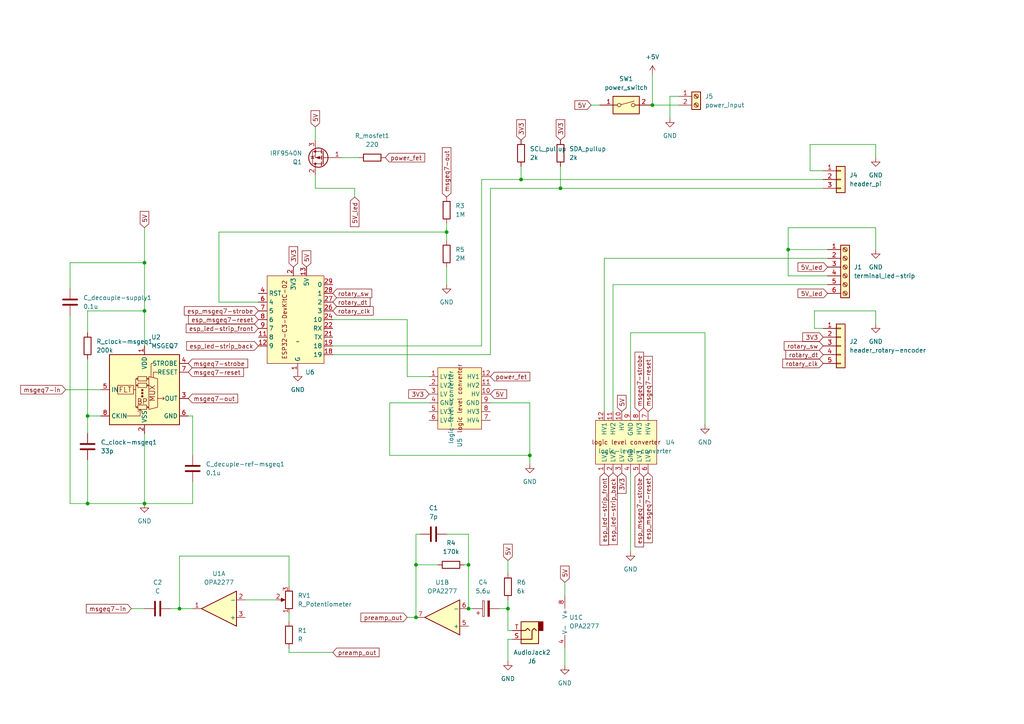
<source format=kicad_sch>
(kicad_sch (version 20230121) (generator eeschema)
  (paper "A4")
  (lib_symbols
    (symbol "Amplifier_Operational:OPA2277" (pin_names (offset 0.127))
      (property "Reference" "U" (at 0 5.08 0))
      (property "Value" "OPA2277" (at 0 -5.08 0))
      (symbol "OPA2277_1_1"
        (polyline (pts (xy -5.08 5.08) (xy 5.08 0) (xy -5.08 -5.08) (xy -5.08 5.08)) (stroke (width 0.254)) (fill (type background)))
        (pin output line (at 7.62 0 180) (length 2.54) (name "~") (number "1"))
        (pin input line (at -7.62 -2.54 0) (length 2.54) (name "-") (number "2"))
        (pin input line (at -7.62 2.54 0) (length 2.54) (name "+") (number "3"))
      )
      (symbol "OPA2277_2_1"
        (polyline (pts (xy -5.08 5.08) (xy 5.08 0) (xy -5.08 -5.08) (xy -5.08 5.08)) (stroke (width 0.254)) (fill (type background)))
        (pin input line (at -7.62 2.54 0) (length 2.54) (name "+") (number "5"))
        (pin input line (at -7.62 -2.54 0) (length 2.54) (name "-") (number "6"))
        (pin output line (at 7.62 0 180) (length 2.54) (name "~") (number "7"))
      )
      (symbol "OPA2277_3_1"
        (pin power_in line (at -2.54 -7.62 90) (length 3.81) (name "V-") (number "4"))
        (pin power_in line (at -2.54 7.62 270) (length 3.81) (name "V+") (number "8"))
      )
    )
    (symbol "Audio:MSGEQ7"
      (property "Reference" "U" (at -2.54 13.97 0))
      (property "Value" "MSGEQ7" (at -2.54 11.43 0))
      (symbol "MSGEQ7_0_0"
        (polyline (pts (xy -5.08 -7.62) (xy -1.27 -7.62) (xy -1.27 -5.715)))
        (polyline (pts (xy -1.905 -6.35) (xy -1.27 -5.715) (xy -0.635 -6.35)))
        (polyline (pts (xy 2.54 7.62) (xy 1.905 7.62) (xy 1.905 3.683)))
        (polyline (pts (xy 3.81 5.08) (xy 2.54 5.08) (xy 2.54 3.556)))
        (text "BP" (at -0.635 -3.429 0) (effects (font (size 1.524 1.524))))
        (text "FLT" (at -5.588 0 0) (effects (font (size 1.524 1.524))))
        (text "MUX" (at 2.286 -1.016 900) (effects (font (size 1.524 1.524))))
      )
      (symbol "MSGEQ7_0_1"
        (rectangle (start -3.175 -1.27) (end -7.747 1.27))
        (rectangle (start -1.905 -4.445) (end 0.635 -5.715))
        (rectangle (start -1.905 1.905) (end 0.635 0.635))
        (circle (center -0.635 -1.905) (radius 0.254) (fill (type outline)))
        (circle (center -0.635 -1.016) (radius 0.254) (fill (type outline)))
        (circle (center -0.635 -0.127) (radius 0.254) (fill (type outline)))
        (polyline (pts (xy -3.175 0) (xy -2.54 0)))
        (polyline (pts (xy -2.54 1.27) (xy -1.905 1.27)))
        (polyline (pts (xy 0.635 -5.08) (xy 1.27 -5.08)))
        (polyline (pts (xy 0.635 1.27) (xy 1.27 1.27)))
        (polyline (pts (xy 0.635 3.175) (xy 1.27 3.175)))
        (polyline (pts (xy 3.81 -2.54) (xy 5.715 -2.54)))
        (polyline (pts (xy 5.715 -2.54) (xy 5.334 -2.921)))
        (polyline (pts (xy 5.715 -2.54) (xy 5.334 -2.159)))
        (polyline (pts (xy -2.286 -4.826) (xy -2.032 -5.08) (xy -2.286 -5.334)))
        (polyline (pts (xy -2.286 1.524) (xy -2.032 1.27) (xy -2.286 1.016)))
        (polyline (pts (xy -2.286 3.429) (xy -2.032 3.175) (xy -2.286 2.921)))
        (polyline (pts (xy 0.889 -4.826) (xy 1.143 -5.08) (xy 0.889 -5.334)))
        (polyline (pts (xy 0.889 1.524) (xy 1.143 1.27) (xy 0.889 1.016)))
        (polyline (pts (xy 0.889 3.429) (xy 1.143 3.175) (xy 0.889 2.921)))
        (polyline (pts (xy -1.905 3.175) (xy -2.54 3.175) (xy -2.54 -5.08) (xy -1.905 -5.08)))
        (polyline (pts (xy 1.27 3.81) (xy 1.27 -5.715) (xy 3.81 -5.08) (xy 3.81 3.175) (xy 1.27 3.81)))
        (rectangle (start 0.635 2.54) (end -1.905 3.81))
        (rectangle (start 10.16 10.16) (end -10.16 -10.16) (stroke (width 0.254)) (fill (type background)))
      )
      (symbol "MSGEQ7_1_1"
        (pin power_in line (at 0 12.7 270) (length 2.54) (name "VDD") (number "1"))
        (pin power_in line (at 0 -12.7 90) (length 2.54) (name "VSS") (number "2"))
        (pin output line (at 12.7 -2.54 180) (length 2.54) (name "OUT") (number "3"))
        (pin input line (at 12.7 7.62 180) (length 2.54) (name "STROBE") (number "4"))
        (pin input line (at -12.7 0 0) (length 2.54) (name "IN") (number "5"))
        (pin power_out line (at 12.7 -7.62 180) (length 2.54) (name "GND") (number "6"))
        (pin input line (at 12.7 5.08 180) (length 2.54) (name "RESET") (number "7"))
        (pin input line (at -12.7 -7.62 0) (length 2.54) (name "CKIN") (number "8"))
      )
    )
    (symbol "Connector:Screw_Terminal_01x02" (pin_names (offset 1.016) hide)
      (property "Reference" "J" (at 0 2.54 0))
      (property "Value" "Screw_Terminal_01x02" (at 0 -5.08 0))
      (symbol "Screw_Terminal_01x02_1_1"
        (rectangle (start -1.27 1.27) (end 1.27 -3.81) (stroke (width 0.254)) (fill (type background)))
        (circle (center 0 -2.54) (radius 0.635) (stroke (width 0.1524)))
        (polyline (pts (xy -0.5334 -2.2098) (xy 0.3302 -3.048)) (stroke (width 0.1524)))
        (polyline (pts (xy -0.5334 0.3302) (xy 0.3302 -0.508)) (stroke (width 0.1524)))
        (polyline (pts (xy -0.3556 -2.032) (xy 0.508 -2.8702)) (stroke (width 0.1524)))
        (polyline (pts (xy -0.3556 0.508) (xy 0.508 -0.3302)) (stroke (width 0.1524)))
        (circle (center 0 0) (radius 0.635) (stroke (width 0.1524)))
        (pin passive line (at -5.08 0 0) (length 3.81) (name "Pin_1") (number "1"))
        (pin passive line (at -5.08 -2.54 0) (length 3.81) (name "Pin_2") (number "2"))
      )
    )
    (symbol "Connector:Screw_Terminal_01x06" (pin_names (offset 1.016) hide)
      (property "Reference" "J" (at 0 7.62 0))
      (property "Value" "Screw_Terminal_01x06" (at 0 -10.16 0))
      (symbol "Screw_Terminal_01x06_1_1"
        (rectangle (start -1.27 6.35) (end 1.27 -8.89) (stroke (width 0.254)) (fill (type background)))
        (circle (center 0 -7.62) (radius 0.635) (stroke (width 0.1524)))
        (circle (center 0 -5.08) (radius 0.635) (stroke (width 0.1524)))
        (circle (center 0 -2.54) (radius 0.635) (stroke (width 0.1524)))
        (polyline (pts (xy -0.5334 -7.2898) (xy 0.3302 -8.128)) (stroke (width 0.1524)))
        (polyline (pts (xy -0.5334 -4.7498) (xy 0.3302 -5.588)) (stroke (width 0.1524)))
        (polyline (pts (xy -0.5334 -2.2098) (xy 0.3302 -3.048)) (stroke (width 0.1524)))
        (polyline (pts (xy -0.5334 0.3302) (xy 0.3302 -0.508)) (stroke (width 0.1524)))
        (polyline (pts (xy -0.5334 2.8702) (xy 0.3302 2.032)) (stroke (width 0.1524)))
        (polyline (pts (xy -0.5334 5.4102) (xy 0.3302 4.572)) (stroke (width 0.1524)))
        (polyline (pts (xy -0.3556 -7.112) (xy 0.508 -7.9502)) (stroke (width 0.1524)))
        (polyline (pts (xy -0.3556 -4.572) (xy 0.508 -5.4102)) (stroke (width 0.1524)))
        (polyline (pts (xy -0.3556 -2.032) (xy 0.508 -2.8702)) (stroke (width 0.1524)))
        (polyline (pts (xy -0.3556 0.508) (xy 0.508 -0.3302)) (stroke (width 0.1524)))
        (polyline (pts (xy -0.3556 3.048) (xy 0.508 2.2098)) (stroke (width 0.1524)))
        (polyline (pts (xy -0.3556 5.588) (xy 0.508 4.7498)) (stroke (width 0.1524)))
        (circle (center 0 0) (radius 0.635) (stroke (width 0.1524)))
        (circle (center 0 2.54) (radius 0.635) (stroke (width 0.1524)))
        (circle (center 0 5.08) (radius 0.635) (stroke (width 0.1524)))
        (pin passive line (at -5.08 5.08 0) (length 3.81) (name "Pin_1") (number "1"))
        (pin passive line (at -5.08 2.54 0) (length 3.81) (name "Pin_2") (number "2"))
        (pin passive line (at -5.08 0 0) (length 3.81) (name "Pin_3") (number "3"))
        (pin passive line (at -5.08 -2.54 0) (length 3.81) (name "Pin_4") (number "4"))
        (pin passive line (at -5.08 -5.08 0) (length 3.81) (name "Pin_5") (number "5"))
        (pin passive line (at -5.08 -7.62 0) (length 3.81) (name "Pin_6") (number "6"))
      )
    )
    (symbol "Connector_Audio:AudioJack2"
      (property "Reference" "J" (at 0 8.89 0))
      (property "Value" "AudioJack2" (at 0 6.35 0))
      (symbol "AudioJack2_0_1"
        (rectangle (start -3.81 0) (end -2.54 -2.54) (stroke (width 0.254)) (fill (type outline)))
        (rectangle (start -2.54 3.81) (end 2.54 -2.54) (stroke (width 0.254)) (fill (type background)))
        (polyline (pts (xy 0 0) (xy 0.635 -0.635) (xy 1.27 0) (xy 2.54 0)) (stroke (width 0.254)))
        (polyline (pts (xy 2.54 2.54) (xy -0.635 2.54) (xy -0.635 0) (xy -1.27 -0.635) (xy -1.905 0)) (stroke (width 0.254)))
      )
      (symbol "AudioJack2_1_1"
        (pin passive line (at 5.08 2.54 180) (length 2.54) (name "~") (number "S"))
        (pin passive line (at 5.08 0 180) (length 2.54) (name "~") (number "T"))
      )
    )
    (symbol "Connector_Generic:Conn_01x03" (pin_names (offset 1.016) hide)
      (property "Reference" "J" (at 0 5.08 0))
      (property "Value" "Conn_01x03" (at 0 -5.08 0))
      (symbol "Conn_01x03_1_1"
        (rectangle (start -1.27 -2.413) (end 0 -2.667) (stroke (width 0.1524)))
        (rectangle (start -1.27 0.127) (end 0 -0.127) (stroke (width 0.1524)))
        (rectangle (start -1.27 2.667) (end 0 2.413) (stroke (width 0.1524)))
        (rectangle (start -1.27 3.81) (end 1.27 -3.81) (stroke (width 0.254)) (fill (type background)))
        (pin passive line (at -5.08 2.54 0) (length 3.81) (name "Pin_1") (number "1"))
        (pin passive line (at -5.08 0 0) (length 3.81) (name "Pin_2") (number "2"))
        (pin passive line (at -5.08 -2.54 0) (length 3.81) (name "Pin_3") (number "3"))
      )
    )
    (symbol "Connector_Generic:Conn_01x05" (pin_names (offset 1.016) hide)
      (property "Reference" "J" (at 0 7.62 0))
      (property "Value" "Conn_01x05" (at 0 -7.62 0))
      (symbol "Conn_01x05_1_1"
        (rectangle (start -1.27 -4.953) (end 0 -5.207) (stroke (width 0.1524)))
        (rectangle (start -1.27 -2.413) (end 0 -2.667) (stroke (width 0.1524)))
        (rectangle (start -1.27 0.127) (end 0 -0.127) (stroke (width 0.1524)))
        (rectangle (start -1.27 2.667) (end 0 2.413) (stroke (width 0.1524)))
        (rectangle (start -1.27 5.207) (end 0 4.953) (stroke (width 0.1524)))
        (rectangle (start -1.27 6.35) (end 1.27 -6.35) (stroke (width 0.254)) (fill (type background)))
        (pin passive line (at -5.08 5.08 0) (length 3.81) (name "Pin_1") (number "1"))
        (pin passive line (at -5.08 2.54 0) (length 3.81) (name "Pin_2") (number "2"))
        (pin passive line (at -5.08 0 0) (length 3.81) (name "Pin_3") (number "3"))
        (pin passive line (at -5.08 -2.54 0) (length 3.81) (name "Pin_4") (number "4"))
        (pin passive line (at -5.08 -5.08 0) (length 3.81) (name "Pin_5") (number "5"))
      )
    )
    (symbol "Device:C" (pin_numbers hide) (pin_names (offset 0.254))
      (property "Reference" "C" (at 0.635 2.54 0))
      (property "Value" "C" (at 0.635 -2.54 0))
      (symbol "C_0_1"
        (polyline (pts (xy -2.032 -0.762) (xy 2.032 -0.762)) (stroke (width 0.508)))
        (polyline (pts (xy -2.032 0.762) (xy 2.032 0.762)) (stroke (width 0.508)))
      )
      (symbol "C_1_1"
        (pin passive line (at 0 3.81 270) (length 2.794) (name "~") (number "1"))
        (pin passive line (at 0 -3.81 90) (length 2.794) (name "~") (number "2"))
      )
    )
    (symbol "Device:C_Polarized" (pin_numbers hide) (pin_names (offset 0.254))
      (property "Reference" "C" (at 0.635 2.54 0))
      (property "Value" "C_Polarized" (at 0.635 -2.54 0))
      (symbol "C_Polarized_0_1"
        (rectangle (start -2.286 0.508) (end 2.286 1.016))
        (polyline (pts (xy -1.778 2.286) (xy -0.762 2.286)))
        (polyline (pts (xy -1.27 2.794) (xy -1.27 1.778)))
        (rectangle (start 2.286 -0.508) (end -2.286 -1.016) (fill (type outline)))
      )
      (symbol "C_Polarized_1_1"
        (pin passive line (at 0 3.81 270) (length 2.794) (name "~") (number "1"))
        (pin passive line (at 0 -3.81 90) (length 2.794) (name "~") (number "2"))
      )
    )
    (symbol "Device:R" (pin_numbers hide) (pin_names (offset 0))
      (property "Reference" "R" (at 2.032 0 90))
      (property "Value" "R" (at 0 0 90))
      (symbol "R_0_1"
        (rectangle (start -1.016 -2.54) (end 1.016 2.54) (stroke (width 0.254)))
      )
      (symbol "R_1_1"
        (pin passive line (at 0 3.81 270) (length 1.27) (name "~") (number "1"))
        (pin passive line (at 0 -3.81 90) (length 1.27) (name "~") (number "2"))
      )
    )
    (symbol "Device:R_Potentiometer" (pin_names (offset 1.016) hide)
      (property "Reference" "RV" (at -4.445 0 90))
      (property "Value" "R_Potentiometer" (at -2.54 0 90))
      (symbol "R_Potentiometer_0_1"
        (polyline (pts (xy 2.54 0) (xy 1.524 0)))
        (polyline (pts (xy 1.143 0) (xy 2.286 0.508) (xy 2.286 -0.508) (xy 1.143 0)) (fill (type outline)))
        (rectangle (start 1.016 2.54) (end -1.016 -2.54) (stroke (width 0.254)))
      )
      (symbol "R_Potentiometer_1_1"
        (pin passive line (at 0 3.81 270) (length 1.27) (name "1") (number "1"))
        (pin passive line (at 3.81 0 180) (length 1.27) (name "2") (number "2"))
        (pin passive line (at 0 -3.81 90) (length 1.27) (name "3") (number "3"))
      )
    )
    (symbol "Switch:SW_DIP_x01" (pin_names (offset 0) hide)
      (property "Reference" "SW" (at 0 3.81 0))
      (property "Value" "SW_DIP_x01" (at 0 -3.81 0))
      (symbol "SW_DIP_x01_0_0"
        (circle (center -2.032 0) (radius 0.508))
        (polyline (pts (xy -1.524 0.127) (xy 2.3622 1.1684)))
        (circle (center 2.032 0) (radius 0.508))
      )
      (symbol "SW_DIP_x01_0_1"
        (rectangle (start -3.81 2.54) (end 3.81 -2.54) (stroke (width 0.254)) (fill (type background)))
      )
      (symbol "SW_DIP_x01_1_1"
        (pin passive line (at -7.62 0 0) (length 5.08) (name "~") (number "1"))
        (pin passive line (at 7.62 0 180) (length 5.08) (name "~") (number "2"))
      )
    )
    (symbol "Transistor_FET:IRF9540N" (pin_names hide)
      (property "Reference" "Q" (at 5.08 1.905 0))
      (property "Value" "IRF9540N" (at 5.08 0 0))
      (symbol "IRF9540N_0_1"
        (polyline (pts (xy 0.254 0) (xy -2.54 0)))
        (polyline (pts (xy 0.254 1.905) (xy 0.254 -1.905)) (stroke (width 0.254)))
        (polyline (pts (xy 0.762 -1.27) (xy 0.762 -2.286)) (stroke (width 0.254)))
        (polyline (pts (xy 0.762 0.508) (xy 0.762 -0.508)) (stroke (width 0.254)))
        (polyline (pts (xy 0.762 2.286) (xy 0.762 1.27)) (stroke (width 0.254)))
        (polyline (pts (xy 2.54 2.54) (xy 2.54 1.778)))
        (polyline (pts (xy 2.54 -2.54) (xy 2.54 0) (xy 0.762 0)))
        (polyline (pts (xy 0.762 1.778) (xy 3.302 1.778) (xy 3.302 -1.778) (xy 0.762 -1.778)))
        (polyline (pts (xy 2.286 0) (xy 1.27 0.381) (xy 1.27 -0.381) (xy 2.286 0)) (fill (type outline)))
        (polyline (pts (xy 2.794 -0.508) (xy 2.921 -0.381) (xy 3.683 -0.381) (xy 3.81 -0.254)))
        (polyline (pts (xy 3.302 -0.381) (xy 2.921 0.254) (xy 3.683 0.254) (xy 3.302 -0.381)))
        (circle (center 1.651 0) (radius 2.794) (stroke (width 0.254)))
        (circle (center 2.54 -1.778) (radius 0.254) (fill (type outline)))
        (circle (center 2.54 1.778) (radius 0.254) (fill (type outline)))
      )
      (symbol "IRF9540N_1_1"
        (pin input line (at -5.08 0 0) (length 2.54) (name "G") (number "1"))
        (pin passive line (at 2.54 5.08 270) (length 2.54) (name "D") (number "2"))
        (pin passive line (at 2.54 -5.08 90) (length 2.54) (name "S") (number "3"))
      )
    )
    (symbol "my_lib:esp32_c3_dev-kit-c_02"
      (property "Reference" "U" (at 0 0 0))
      (symbol "esp32_c3_dev-kit-c_02_1_1"
        (rectangle (start -8.89 19.05) (end 7.62 -6.35) (fill (type background)))
        (text "ESP32-C3-DevKitC-02" (at -3.81 6.35 900) (effects (font (size 1.27 1.27))))
        (pin power_out line (at 0 -8.89 90) (length 2.54) (name "G") (number "1"))
        (pin bidirectional line (at -11.43 1.27 0) (length 2.54) (name "8") (number "11"))
        (pin bidirectional line (at -11.43 -1.27 0) (length 2.54) (name "9") (number "12"))
        (pin power_in line (at 2.54 21.59 270) (length 2.54) (name "5V") (number "13"))
        (pin bidirectional line (at 10.16 -3.81 180) (length 2.54) (name "19") (number "18"))
        (pin bidirectional line (at 10.16 -1.27 180) (length 2.54) (name "18") (number "19"))
        (pin power_in line (at -1.27 21.59 270) (length 2.54) (name "3V3") (number "2"))
        (pin bidirectional line (at 10.16 1.27 180) (length 2.54) (name "TX") (number "21"))
        (pin bidirectional line (at 10.16 3.81 180) (length 2.54) (name "RX") (number "22"))
        (pin bidirectional line (at 10.16 6.35 180) (length 2.54) (name "10") (number "24"))
        (pin bidirectional line (at 10.16 8.89 180) (length 2.54) (name "3") (number "26"))
        (pin bidirectional line (at 10.16 11.43 180) (length 2.54) (name "2") (number "27"))
        (pin bidirectional line (at 10.16 13.97 180) (length 2.54) (name "1") (number "28"))
        (pin bidirectional line (at 10.16 16.51 180) (length 2.54) (name "0") (number "29"))
        (pin input line (at -11.43 13.97 0) (length 2.54) (name "RST") (number "4"))
        (pin bidirectional line (at -11.43 11.43 0) (length 2.54) (name "4") (number "6"))
        (pin bidirectional line (at -11.43 8.89 0) (length 2.54) (name "5") (number "7"))
        (pin bidirectional line (at -11.43 6.35 0) (length 2.54) (name "6") (number "8"))
        (pin bidirectional line (at -11.43 3.81 0) (length 2.54) (name "7") (number "9"))
      )
    )
    (symbol "my_lib:sparkfun_logic_level_converter_bidirectional"
      (property "Reference" "U" (at 0 0 0))
      (symbol "sparkfun_logic_level_converter_bidirectional_1_1"
        (rectangle (start -11.43 8.89) (end 6.35 -3.81) (fill (type background)))
        (text "logic level converter" (at -2.54 2.54 0) (effects (font (size 1.27 1.27))))
        (pin bidirectional line (at -8.89 -6.35 90) (length 2.54) (name "LV1") (number "1"))
        (pin power_in line (at -3.81 11.43 270) (length 2.54) (name "HV") (number "10"))
        (pin bidirectional line (at -6.35 11.43 270) (length 2.54) (name "HV2") (number "11"))
        (pin bidirectional line (at -8.89 11.43 270) (length 2.54) (name "HV1") (number "12"))
        (pin bidirectional line (at -6.35 -6.35 90) (length 2.54) (name "LV2") (number "2"))
        (pin power_in line (at -3.81 -6.35 90) (length 2.54) (name "LV") (number "3"))
        (pin power_in line (at -1.27 -6.35 90) (length 2.54) (name "GND") (number "4"))
        (pin bidirectional line (at 1.27 -6.35 90) (length 2.54) (name "LV3") (number "5"))
        (pin bidirectional line (at 3.81 -6.35 90) (length 2.54) (name "LV4") (number "6"))
        (pin bidirectional line (at 3.81 11.43 270) (length 2.54) (name "HV4") (number "7"))
        (pin bidirectional line (at 1.27 11.43 270) (length 2.54) (name "HV3") (number "8"))
        (pin power_in line (at -1.27 11.43 270) (length 2.54) (name "GND") (number "9"))
      )
    )
    (symbol "power:+5V" (power) (pin_names (offset 0))
      (property "Value" "+5V" (at 0 3.556 0))
      (symbol "+5V_0_1"
        (polyline (pts (xy -0.762 1.27) (xy 0 2.54)))
        (polyline (pts (xy 0 0) (xy 0 2.54)))
        (polyline (pts (xy 0 2.54) (xy 0.762 1.27)))
      )
      (symbol "+5V_1_1"
        (pin power_in line (at 0 0 90) (length 0) hide (name "+5V") (number "1"))
      )
    )
    (symbol "power:GND" (power) (pin_names (offset 0))
      (property "Value" "GND" (at 0 -3.81 0))
      (symbol "GND_0_1"
        (polyline (pts (xy 0 0) (xy 0 -1.27) (xy 1.27 -1.27) (xy 0 -2.54) (xy -1.27 -1.27) (xy 0 -1.27)))
      )
      (symbol "GND_1_1"
        (pin power_in line (at 0 0 270) (length 0) hide (name "GND") (number "1"))
      )
    )
  )
  (junction (at 135.89 176.53))
  (junction (at 25.4 146.05))
  (junction (at 120.65 163.83))
  (junction (at 147.32 176.53))
  (junction (at 129.54 67.31))
  (junction (at 41.91 146.05))
  (junction (at 162.56 54.61))
  (junction (at 151.13 52.07))
  (junction (at 228.6 72.39))
  (junction (at 52.07 176.53))
  (junction (at 153.67 132.08))
  (junction (at 41.91 90.17))
  (junction (at 25.4 120.65))
  (junction (at 135.89 163.83))
  (junction (at 189.23 30.48))
  (junction (at 41.91 76.2))
  (junction (at 120.65 179.07))
  (wire (pts (xy 20.32 91.44) (xy 20.32 146.05)))
  (wire (pts (xy 142.24 116.84) (xy 153.67 116.84)))
  (wire (pts (xy 120.65 163.83) (xy 127 163.83)))
  (wire (pts (xy 63.5 67.31) (xy 129.54 67.31)))
  (wire (pts (xy 83.82 177.8) (xy 83.82 180.34)))
  (wire (pts (xy 182.88 119.38) (xy 182.88 96.52)))
  (wire (pts (xy 147.32 185.42) (xy 147.32 191.77)))
  (wire (pts (xy 153.67 132.08) (xy 153.67 134.62)))
  (wire (pts (xy 153.67 116.84) (xy 153.67 132.08)))
  (wire (pts (xy 236.22 95.25) (xy 236.22 90.17)))
  (wire (pts (xy 135.89 154.94) (xy 135.89 163.83)))
  (wire (pts (xy 151.13 48.26) (xy 151.13 52.07)))
  (wire (pts (xy 41.91 90.17) (xy 41.91 76.2)))
  (wire (pts (xy 25.4 96.52) (xy 25.4 90.17)))
  (wire (pts (xy 240.03 80.01) (xy 228.6 80.01)))
  (wire (pts (xy 228.6 72.39) (xy 228.6 66.04)))
  (wire (pts (xy 25.4 90.17) (xy 41.91 90.17)))
  (wire (pts (xy 52.07 161.29) (xy 52.07 176.53)))
  (wire (pts (xy 148.59 185.42) (xy 147.32 185.42)))
  (wire (pts (xy 63.5 87.63) (xy 74.93 87.63)))
  (wire (pts (xy 254 41.91) (xy 254 45.72)))
  (wire (pts (xy 234.95 41.91) (xy 254 41.91)))
  (wire (pts (xy 163.83 187.96) (xy 163.83 193.04)))
  (wire (pts (xy 254 90.17) (xy 254 93.98)))
  (wire (pts (xy 25.4 120.65) (xy 29.21 120.65)))
  (wire (pts (xy 173.99 30.48) (xy 171.45 30.48)))
  (wire (pts (xy 147.32 182.88) (xy 147.32 176.53)))
  (wire (pts (xy 175.26 74.93) (xy 175.26 119.38)))
  (wire (pts (xy 113.03 116.84) (xy 113.03 132.08)))
  (wire (pts (xy 124.46 116.84) (xy 113.03 116.84)))
  (wire (pts (xy 147.32 162.56) (xy 147.32 166.37)))
  (wire (pts (xy 83.82 170.18) (xy 83.82 161.29)))
  (wire (pts (xy 129.54 64.77) (xy 129.54 67.31)))
  (wire (pts (xy 25.4 104.14) (xy 25.4 120.65)))
  (wire (pts (xy 189.23 21.59) (xy 189.23 30.48)))
  (wire (pts (xy 63.5 67.31) (xy 63.5 87.63)))
  (wire (pts (xy 135.89 163.83) (xy 135.89 176.53)))
  (wire (pts (xy 135.89 176.53) (xy 137.16 176.53)))
  (wire (pts (xy 139.7 52.07) (xy 139.7 100.33)))
  (wire (pts (xy 120.65 154.94) (xy 120.65 163.83)))
  (wire (pts (xy 142.24 54.61) (xy 142.24 102.87)))
  (wire (pts (xy 20.32 146.05) (xy 25.4 146.05)))
  (wire (pts (xy 134.62 163.83) (xy 135.89 163.83)))
  (wire (pts (xy 96.52 189.23) (xy 83.82 189.23)))
  (wire (pts (xy 144.78 176.53) (xy 147.32 176.53)))
  (wire (pts (xy 121.92 154.94) (xy 120.65 154.94)))
  (wire (pts (xy 129.54 67.31) (xy 129.54 69.85)))
  (wire (pts (xy 25.4 133.35) (xy 25.4 146.05)))
  (wire (pts (xy 238.76 95.25) (xy 236.22 95.25)))
  (wire (pts (xy 52.07 176.53) (xy 55.88 176.53)))
  (wire (pts (xy 25.4 120.65) (xy 25.4 125.73)))
  (wire (pts (xy 38.1 176.53) (xy 41.91 176.53)))
  (wire (pts (xy 118.11 179.07) (xy 120.65 179.07)))
  (wire (pts (xy 177.8 82.55) (xy 240.03 82.55)))
  (wire (pts (xy 129.54 77.47) (xy 129.54 82.55)))
  (wire (pts (xy 182.88 137.16) (xy 182.88 160.02)))
  (wire (pts (xy 99.06 45.72) (xy 104.14 45.72)))
  (wire (pts (xy 71.12 173.99) (xy 80.01 173.99)))
  (wire (pts (xy 254 66.04) (xy 254 72.39)))
  (wire (pts (xy 240.03 72.39) (xy 228.6 72.39)))
  (wire (pts (xy 55.88 120.65) (xy 54.61 120.65)))
  (wire (pts (xy 20.32 83.82) (xy 20.32 76.2)))
  (wire (pts (xy 118.11 92.71) (xy 96.52 92.71)))
  (wire (pts (xy 177.8 82.55) (xy 177.8 119.38)))
  (wire (pts (xy 142.24 102.87) (xy 96.52 102.87)))
  (wire (pts (xy 113.03 132.08) (xy 153.67 132.08)))
  (wire (pts (xy 41.91 125.73) (xy 41.91 146.05)))
  (wire (pts (xy 55.88 132.08) (xy 55.88 120.65)))
  (wire (pts (xy 118.11 109.22) (xy 118.11 92.71)))
  (wire (pts (xy 182.88 96.52) (xy 204.47 96.52)))
  (wire (pts (xy 142.24 54.61) (xy 162.56 54.61)))
  (wire (pts (xy 204.47 96.52) (xy 204.47 123.19)))
  (wire (pts (xy 55.88 146.05) (xy 41.91 146.05)))
  (wire (pts (xy 151.13 52.07) (xy 238.76 52.07)))
  (wire (pts (xy 102.87 54.61) (xy 102.87 57.15)))
  (wire (pts (xy 238.76 49.53) (xy 234.95 49.53)))
  (wire (pts (xy 228.6 66.04) (xy 254 66.04)))
  (wire (pts (xy 55.88 139.7) (xy 55.88 146.05)))
  (wire (pts (xy 147.32 176.53) (xy 147.32 173.99)))
  (wire (pts (xy 234.95 49.53) (xy 234.95 41.91)))
  (wire (pts (xy 49.53 176.53) (xy 52.07 176.53)))
  (wire (pts (xy 120.65 179.07) (xy 120.65 163.83)))
  (wire (pts (xy 91.44 36.83) (xy 91.44 40.64)))
  (wire (pts (xy 91.44 50.8) (xy 91.44 54.61)))
  (wire (pts (xy 189.23 30.48) (xy 196.85 30.48)))
  (wire (pts (xy 20.32 76.2) (xy 41.91 76.2)))
  (wire (pts (xy 163.83 168.91) (xy 163.83 172.72)))
  (wire (pts (xy 139.7 100.33) (xy 96.52 100.33)))
  (wire (pts (xy 83.82 189.23) (xy 83.82 187.96)))
  (wire (pts (xy 162.56 54.61) (xy 238.76 54.61)))
  (wire (pts (xy 41.91 66.04) (xy 41.91 76.2)))
  (wire (pts (xy 139.7 52.07) (xy 151.13 52.07)))
  (wire (pts (xy 118.11 109.22) (xy 124.46 109.22)))
  (wire (pts (xy 129.54 154.94) (xy 135.89 154.94)))
  (wire (pts (xy 194.31 27.94) (xy 194.31 34.29)))
  (wire (pts (xy 19.05 113.03) (xy 29.21 113.03)))
  (wire (pts (xy 162.56 48.26) (xy 162.56 54.61)))
  (wire (pts (xy 236.22 90.17) (xy 254 90.17)))
  (wire (pts (xy 228.6 80.01) (xy 228.6 72.39)))
  (wire (pts (xy 91.44 54.61) (xy 102.87 54.61)))
  (wire (pts (xy 52.07 161.29) (xy 83.82 161.29)))
  (wire (pts (xy 196.85 27.94) (xy 194.31 27.94)))
  (wire (pts (xy 148.59 182.88) (xy 147.32 182.88)))
  (wire (pts (xy 41.91 100.33) (xy 41.91 90.17)))
  (wire (pts (xy 175.26 74.93) (xy 240.03 74.93)))
  (wire (pts (xy 25.4 146.05) (xy 41.91 146.05)))
  (global_label "msgeq7-strobe" (shape input) (at 185.42 119.38 90) (property "Intersheetrefs" "${INTERSHEET_REFS}" (effects hide)))
  (global_label "3V3" (shape input) (at 124.46 114.3 180) (property "Intersheetrefs" "${INTERSHEET_REFS}" (effects hide)))
  (global_label "msgeq7-out" (shape input) (at 129.54 57.15 90) (property "Intersheetrefs" "${INTERSHEET_REFS}" (effects hide)))
  (global_label "5V" (shape input) (at 163.83 168.91 90) (property "Intersheetrefs" "${INTERSHEET_REFS}" (effects hide)))
  (global_label "msgeq7-out" (shape input) (at 54.61 115.57 0) (property "Intersheetrefs" "${INTERSHEET_REFS}" (effects hide)))
  (global_label "3V3" (shape input) (at 180.34 137.16 270) (property "Intersheetrefs" "${INTERSHEET_REFS}" (effects hide)))
  (global_label "5V" (shape input) (at 91.44 36.83 90) (property "Intersheetrefs" "${INTERSHEET_REFS}" (effects hide)))
  (global_label "esp_led-strip_front" (shape input) (at 175.26 137.16 270) (property "Intersheetrefs" "${INTERSHEET_REFS}" (effects hide)))
  (global_label "rotary_dt" (shape input) (at 238.76 102.87 180) (property "Intersheetrefs" "${INTERSHEET_REFS}" (effects hide)))
  (global_label "msgeq7-reset" (shape input) (at 54.61 107.95 0) (property "Intersheetrefs" "${INTERSHEET_REFS}" (effects hide)))
  (global_label "5V_led" (shape input) (at 102.87 57.15 270) (property "Intersheetrefs" "${INTERSHEET_REFS}" (effects hide)))
  (global_label "rotary_sw" (shape input) (at 96.52 85.09 0) (property "Intersheetrefs" "${INTERSHEET_REFS}" (effects hide)))
  (global_label "esp_led-strip_front" (shape input) (at 74.93 95.25 180) (property "Intersheetrefs" "${INTERSHEET_REFS}" (effects hide)))
  (global_label "rotary_clk" (shape input) (at 238.76 105.41 180) (property "Intersheetrefs" "${INTERSHEET_REFS}" (effects hide)))
  (global_label "rotary_clk" (shape input) (at 96.52 90.17 0) (property "Intersheetrefs" "${INTERSHEET_REFS}" (effects hide)))
  (global_label "esp_msgeq7-strobe" (shape input) (at 185.42 137.16 270) (property "Intersheetrefs" "${INTERSHEET_REFS}" (effects hide)))
  (global_label "preamp_out" (shape input) (at 118.11 179.07 180) (property "Intersheetrefs" "${INTERSHEET_REFS}" (effects hide)))
  (global_label "5V" (shape input) (at 180.34 119.38 90) (property "Intersheetrefs" "${INTERSHEET_REFS}" (effects hide)))
  (global_label "3V3" (shape input) (at 238.76 97.79 180) (property "Intersheetrefs" "${INTERSHEET_REFS}" (effects hide)))
  (global_label "esp_led-strip_back" (shape input) (at 74.93 100.33 180) (property "Intersheetrefs" "${INTERSHEET_REFS}" (effects hide)))
  (global_label "3V3" (shape input) (at 85.09 77.47 90) (property "Intersheetrefs" "${INTERSHEET_REFS}" (effects hide)))
  (global_label "5V_led" (shape input) (at 240.03 77.47 180) (property "Intersheetrefs" "${INTERSHEET_REFS}" (effects hide)))
  (global_label "rotary_sw" (shape input) (at 238.76 100.33 180) (property "Intersheetrefs" "${INTERSHEET_REFS}" (effects hide)))
  (global_label "5V" (shape input) (at 171.45 30.48 180) (property "Intersheetrefs" "${INTERSHEET_REFS}" (effects hide)))
  (global_label "msgeq7-in" (shape input) (at 38.1 176.53 180) (property "Intersheetrefs" "${INTERSHEET_REFS}" (effects hide)))
  (global_label "msgeq7-strobe" (shape input) (at 54.61 105.41 0) (property "Intersheetrefs" "${INTERSHEET_REFS}" (effects hide)))
  (global_label "preamp_out" (shape input) (at 96.52 189.23 0) (property "Intersheetrefs" "${INTERSHEET_REFS}" (effects hide)))
  (global_label "msgeq7-in" (shape input) (at 19.05 113.03 180) (property "Intersheetrefs" "${INTERSHEET_REFS}" (effects hide)))
  (global_label "esp_msgeq7-reset" (shape input) (at 74.93 92.71 180) (property "Intersheetrefs" "${INTERSHEET_REFS}" (effects hide)))
  (global_label "5V" (shape input) (at 41.91 66.04 90) (property "Intersheetrefs" "${INTERSHEET_REFS}" (effects hide)))
  (global_label "5V_led" (shape input) (at 240.03 85.09 180) (property "Intersheetrefs" "${INTERSHEET_REFS}" (effects hide)))
  (global_label "5V" (shape input) (at 88.9 77.47 90) (property "Intersheetrefs" "${INTERSHEET_REFS}" (effects hide)))
  (global_label "power_fet" (shape input) (at 111.76 45.72 0) (property "Intersheetrefs" "${INTERSHEET_REFS}" (effects hide)))
  (global_label "3V3" (shape input) (at 162.56 40.64 90) (property "Intersheetrefs" "${INTERSHEET_REFS}" (effects hide)))
  (global_label "esp_led-strip_back" (shape input) (at 177.8 137.16 270) (property "Intersheetrefs" "${INTERSHEET_REFS}" (effects hide)))
  (global_label "esp_msgeq7-reset" (shape input) (at 187.96 137.16 270) (property "Intersheetrefs" "${INTERSHEET_REFS}" (effects hide)))
  (global_label "5V" (shape input) (at 142.24 114.3 0) (property "Intersheetrefs" "${INTERSHEET_REFS}" (effects hide)))
  (global_label "msgeq7-reset" (shape input) (at 187.96 119.38 90) (property "Intersheetrefs" "${INTERSHEET_REFS}" (effects hide)))
  (global_label "esp_msgeq7-strobe" (shape input) (at 74.93 90.17 180) (property "Intersheetrefs" "${INTERSHEET_REFS}" (effects hide)))
  (global_label "rotary_dt" (shape input) (at 96.52 87.63 0) (property "Intersheetrefs" "${INTERSHEET_REFS}" (effects hide)))
  (global_label "5V" (shape input) (at 147.32 162.56 90) (property "Intersheetrefs" "${INTERSHEET_REFS}" (effects hide)))
  (global_label "power_fet" (shape input) (at 142.24 109.22 0) (property "Intersheetrefs" "${INTERSHEET_REFS}" (effects hide)))
  (global_label "3V3" (shape input) (at 151.13 40.64 90) (property "Intersheetrefs" "${INTERSHEET_REFS}" (effects hide)))
  (symbol (lib_id "Device:R") (at 107.95 45.72 270) (unit 1)
    (property "Reference" "R_mosfet1" (at 107.95 39.37 90))
    (property "Value" "220" (at 107.95 41.91 90))
    (property "Footprint" "Resistor_SMD:R_0603_1608Metric_Pad0.98x0.95mm_HandSolder" (effects hide))
  )
  (symbol (lib_id "power:GND") (at 194.31 34.29 0) (unit 1)
    (property "Reference" "#PWR02" (effects hide))
    (property "Value" "GND" (at 194.31 39.37 0))
  )
  (symbol (lib_id "Device:C_Polarized") (at 140.97 176.53 90) (unit 1)
    (property "Reference" "C4" (at 140.081 168.91 90))
    (property "Value" "5.6u" (at 140.081 171.45 90))
    (property "Footprint" "Capacitor_Tantalum_SMD:CP_EIA-7343-31_Kemet-D_Pad2.25x2.55mm_HandSolder" (effects hide))
  )
  (symbol (lib_id "power:GND") (at 147.32 191.77 0) (unit 1)
    (property "Reference" "#PWR015" (effects hide))
    (property "Value" "GND" (at 147.32 196.85 0))
  )
  (symbol (lib_id "Device:C") (at 20.32 87.63 0) (unit 1)
    (property "Reference" "C_decouple-supply1" (at 24.13 86.36 0) (effects (justify left)))
    (property "Value" "0.1u" (at 24.13 88.9 0) (effects (justify left)))
    (property "Footprint" "Capacitor_SMD:C_0603_1608Metric_Pad1.08x0.95mm_HandSolder" (effects hide))
  )
  (symbol (lib_id "Transistor_FET:IRF9540N") (at 93.98 45.72 180) (unit 1)
    (property "Reference" "Q1" (at 87.63 46.99 0) (effects (justify left)))
    (property "Value" "IRF9540N" (at 87.63 44.45 0) (effects (justify left)))
    (property "Footprint" "Package_TO_SOT_THT:TO-220-3_Vertical" (effects hide))
    (property "Datasheet" "http://www.irf.com/product-info/datasheets/data/irf9540n.pdf" (effects hide))
  )
  (symbol (lib_id "power:GND") (at 254 93.98 0) (unit 1)
    (property "Reference" "#PWR09" (effects hide))
    (property "Value" "GND" (at 254 99.06 0))
  )
  (symbol (lib_id "Device:R") (at 129.54 73.66 0) (unit 1)
    (property "Reference" "R5" (at 132.08 72.39 0) (effects (justify left)))
    (property "Value" "2M" (at 132.08 74.93 0) (effects (justify left)))
    (property "Footprint" "Resistor_SMD:R_0603_1608Metric_Pad0.98x0.95mm_HandSolder" (effects hide))
  )
  (symbol (lib_id "power:GND") (at 204.47 123.19 0) (unit 1)
    (property "Reference" "#PWR08" (effects hide))
    (property "Value" "GND" (at 204.47 128.27 0))
  )
  (symbol (lib_id "Device:R") (at 147.32 170.18 0) (unit 1)
    (property "Reference" "R6" (at 149.86 168.91 0) (effects (justify left)))
    (property "Value" "6k" (at 149.86 171.45 0) (effects (justify left)))
    (property "Footprint" "Resistor_SMD:R_0603_1608Metric_Pad0.98x0.95mm_HandSolder" (effects hide))
  )
  (symbol (lib_id "Connector_Audio:AudioJack2") (at 153.67 182.88 180) (unit 1)
    (property "Reference" "J6" (at 154.305 191.77 0))
    (property "Value" "AudioJack2" (at 154.305 189.23 0))
    (property "Footprint" "my_lib:jack_3.5mm_TS-only" (effects hide))
  )
  (symbol (lib_id "Device:R") (at 83.82 184.15 180) (unit 1)
    (property "Reference" "R1" (at 86.36 182.88 0) (effects (justify right)))
    (property "Value" "R" (at 86.36 185.42 0) (effects (justify right)))
  )
  (symbol (lib_id "power:GND") (at 153.67 134.62 0) (unit 1)
    (property "Reference" "#PWR013" (effects hide))
    (property "Value" "GND" (at 153.67 139.7 0))
  )
  (symbol (lib_id "Device:R") (at 130.81 163.83 270) (unit 1)
    (property "Reference" "R4" (at 130.81 157.48 90))
    (property "Value" "170k" (at 130.81 160.02 90))
    (property "Footprint" "Resistor_SMD:R_0603_1608Metric_Pad0.98x0.95mm_HandSolder" (effects hide))
  )
  (symbol (lib_id "Device:R") (at 129.54 60.96 0) (unit 1)
    (property "Reference" "R3" (at 132.08 59.69 0) (effects (justify left)))
    (property "Value" "1M" (at 132.08 62.23 0) (effects (justify left)))
    (property "Footprint" "Resistor_SMD:R_0603_1608Metric_Pad0.98x0.95mm_HandSolder" (effects hide))
  )
  (symbol (lib_id "Connector:Screw_Terminal_01x02") (at 201.93 27.94 0) (unit 1)
    (property "Reference" "J5" (at 204.47 27.94 0) (effects (justify left)))
    (property "Value" "power_input" (at 204.47 30.48 0) (effects (justify left)))
    (property "Footprint" "my_lib:ak3001_spring_wire_terminal_2x" (effects hide))
  )
  (symbol (lib_id "Connector_Generic:Conn_01x05") (at 243.84 100.33 0) (unit 1)
    (property "Reference" "J2" (at 246.38 99.06 0) (effects (justify left)))
    (property "Value" "header_rotary-encoder" (at 246.38 101.6 0) (effects (justify left)))
    (property "Footprint" "Connector_PinHeader_2.54mm:PinHeader_1x05_P2.54mm_Vertical" (effects hide))
  )
  (symbol (lib_id "Device:C") (at 55.88 135.89 0) (unit 1)
    (property "Reference" "C_decuple-ref-msgeq1" (at 59.69 134.62 0) (effects (justify left)))
    (property "Value" "0.1u" (at 59.69 137.16 0) (effects (justify left)))
    (property "Footprint" "Capacitor_SMD:C_0603_1608Metric_Pad1.08x0.95mm_HandSolder" (effects hide))
  )
  (symbol (lib_id "power:+5V") (at 189.23 21.59 0) (unit 1)
    (property "Reference" "#PWR01" (effects hide))
    (property "Value" "+5V" (at 189.23 16.51 0))
  )
  (symbol (lib_id "Device:C") (at 45.72 176.53 90) (unit 1)
    (property "Reference" "C2" (at 45.72 168.91 90))
    (property "Value" "C" (at 45.72 171.45 90))
  )
  (symbol (lib_id "my_lib:esp32_c3_dev-kit-c_02") (at 86.36 99.06 0) (unit 1)
    (property "Reference" "U6" (at 88.5541 107.95 0) (effects (justify left)))
    (property "Value" "~" (at 86.36 99.06 0))
  )
  (symbol (lib_id "power:GND") (at 41.91 146.05 0) (unit 1)
    (property "Reference" "#PWR03" (effects hide))
    (property "Value" "GND" (at 41.91 151.13 0))
  )
  (symbol (lib_id "power:GND") (at 182.88 160.02 0) (unit 1)
    (property "Reference" "#PWR07" (effects hide))
    (property "Value" "GND" (at 182.88 165.1 0))
  )
  (symbol (lib_id "Switch:SW_DIP_x01") (at 181.61 30.48 0) (unit 1)
    (property "Reference" "SW1" (at 181.61 22.86 0))
    (property "Value" "power_switch" (at 181.61 25.4 0))
    (property "Footprint" "my_lib:ak3001_spring_wire_terminal_2x" (effects hide))
  )
  (symbol (lib_id "power:GND") (at 254 72.39 0) (unit 1)
    (property "Reference" "#PWR011" (effects hide))
    (property "Value" "GND" (at 254 77.47 0))
  )
  (symbol (lib_id "Amplifier_Operational:OPA2277") (at 166.37 180.34 0) (unit 3)
    (property "Reference" "U1" (at 165.1 179.07 0) (effects (justify left)))
    (property "Value" "OPA2277" (at 165.1 181.61 0) (effects (justify left)))
    (property "Footprint" "Package_DIP:DIP-8_W7.62mm_Socket" (effects hide))
    (property "Datasheet" "https://www.ti.com/lit/ds/symlink/opa2277.pdf" (effects hide))
  )
  (symbol (lib_id "Amplifier_Operational:OPA2277") (at 63.5 176.53 180) (unit 1)
    (property "Reference" "U1" (at 63.5 166.37 0))
    (property "Value" "OPA2277" (at 63.5 168.91 0))
    (property "Footprint" "Package_DIP:DIP-8_W7.62mm_Socket" (effects hide))
    (property "Datasheet" "https://www.ti.com/lit/ds/symlink/opa2277.pdf" (effects hide))
  )
  (symbol (lib_id "Device:R") (at 162.56 44.45 0) (unit 1)
    (property "Reference" "SDA_pullup" (at 165.1 43.18 0) (effects (justify left)))
    (property "Value" "2k" (at 165.1 45.72 0) (effects (justify left)))
    (property "Footprint" "Resistor_SMD:R_0603_1608Metric_Pad0.98x0.95mm_HandSolder" (effects hide))
  )
  (symbol (lib_id "Connector:Screw_Terminal_01x06") (at 245.11 77.47 0) (unit 1)
    (property "Reference" "J1" (at 247.65 77.47 0) (effects (justify left)))
    (property "Value" "terminal_led-strip" (at 247.65 80.01 0) (effects (justify left)))
    (property "Footprint" "my_lib:ak3001_spring_wire_terminal_6x" (effects hide))
  )
  (symbol (lib_id "my_lib:sparkfun_logic_level_converter_bidirectional") (at 130.81 118.11 270) (unit 1)
    (property "Reference" "U5" (at 133.35 127 0) (effects (justify left)))
    (property "Value" "logic-level-converter" (at 130.81 118.11 0))
    (property "Footprint" "my_lib:sparkfun_logic_level_converter_bidirectional" (effects hide))
  )
  (symbol (lib_id "Connector_Generic:Conn_01x03") (at 243.84 52.07 0) (unit 1)
    (property "Reference" "J4" (at 246.38 50.8 0) (effects (justify left)))
    (property "Value" "header_pi" (at 246.38 53.34 0) (effects (justify left)))
  )
  (symbol (lib_id "Device:C") (at 125.73 154.94 90) (unit 1)
    (property "Reference" "C1" (at 125.73 147.32 90))
    (property "Value" "7p" (at 125.73 149.86 90))
    (property "Footprint" "Capacitor_SMD:C_0603_1608Metric_Pad1.08x0.95mm_HandSolder" (effects hide))
  )
  (symbol (lib_id "power:GND") (at 129.54 82.55 0) (unit 1)
    (property "Reference" "#PWR06" (effects hide))
    (property "Value" "GND" (at 129.54 87.63 0))
  )
  (symbol (lib_id "Audio:MSGEQ7") (at 41.91 113.03 0) (unit 1)
    (property "Reference" "U2" (at 43.8659 97.79 0) (effects (justify left)))
    (property "Value" "MSGEQ7" (at 43.8659 100.33 0) (effects (justify left)))
    (property "Footprint" "Package_DIP:DIP-8_W7.62mm_Socket" (effects hide))
    (property "Datasheet" "http://mix-sig.com/images/datasheets/MSGEQ7.pdf" (effects hide))
  )
  (symbol (lib_id "Device:R_Potentiometer") (at 83.82 173.99 180) (unit 1)
    (property "Reference" "RV1" (at 86.36 172.72 0) (effects (justify right)))
    (property "Value" "R_Potentiometer" (at 86.36 175.26 0) (effects (justify right)))
  )
  (symbol (lib_id "my_lib:sparkfun_logic_level_converter_bidirectional") (at 184.15 130.81 0) (unit 1)
    (property "Reference" "U4" (at 193.04 128.27 0) (effects (justify left)))
    (property "Value" "logic-level-converter" (at 184.15 130.81 0))
    (property "Footprint" "my_lib:sparkfun_logic_level_converter_bidirectional" (effects hide))
  )
  (symbol (lib_id "power:GND") (at 163.83 193.04 0) (unit 1)
    (property "Reference" "#PWR014" (effects hide))
    (property "Value" "GND" (at 163.83 198.12 0))
  )
  (symbol (lib_id "Amplifier_Operational:OPA2277") (at 128.27 179.07 180) (unit 2)
    (property "Reference" "U1" (at 128.27 168.91 0))
    (property "Value" "OPA2277" (at 128.27 171.45 0))
    (property "Footprint" "Package_DIP:DIP-8_W7.62mm_Socket" (effects hide))
    (property "Datasheet" "https://www.ti.com/lit/ds/symlink/opa2277.pdf" (effects hide))
  )
  (symbol (lib_id "power:GND") (at 86.36 107.95 0) (unit 1)
    (property "Reference" "#PWR05" (effects hide))
    (property "Value" "GND" (at 86.36 113.03 0))
  )
  (symbol (lib_id "Device:R") (at 25.4 100.33 0) (unit 1)
    (property "Reference" "R_clock-msgeq1" (at 27.94 99.06 0) (effects (justify left)))
    (property "Value" "200k" (at 27.94 101.6 0) (effects (justify left)))
    (property "Footprint" "Resistor_SMD:R_0603_1608Metric_Pad0.98x0.95mm_HandSolder" (effects hide))
  )
  (symbol (lib_id "Device:R") (at 151.13 44.45 0) (unit 1)
    (property "Reference" "SCL_pullup" (at 153.67 43.18 0) (effects (justify left)))
    (property "Value" "2k" (at 153.67 45.72 0) (effects (justify left)))
    (property "Footprint" "Resistor_SMD:R_0603_1608Metric_Pad0.98x0.95mm_HandSolder" (effects hide))
  )
  (symbol (lib_id "Device:C") (at 25.4 129.54 0) (unit 1)
    (property "Reference" "C_clock-msgeq1" (at 29.21 128.27 0) (effects (justify left)))
    (property "Value" "33p" (at 29.21 130.81 0) (effects (justify left)))
    (property "Footprint" "Capacitor_SMD:C_0603_1608Metric_Pad1.08x0.95mm_HandSolder" (effects hide))
  )
  (symbol (lib_id "power:GND") (at 254 45.72 0) (unit 1)
    (property "Reference" "#PWR012" (effects hide))
    (property "Value" "GND" (at 254 50.8 0))
  )
)
</source>
